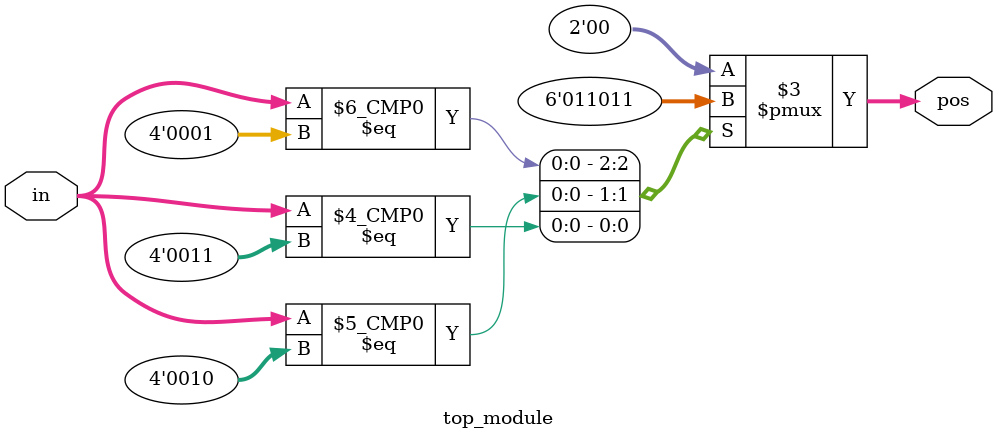
<source format=sv>
module top_module (
	input [3:0] in,
	output reg [1:0] pos
);

	always @(*)
	begin
		case(in)
			4'b0000: pos = 2'b00;
			4'b0001: pos = 2'b01;
			4'b0010: pos = 2'b10;
			4'b0011: pos = 2'b11;
			default: pos = 2'b00;
		endcase
	end
endmodule

</source>
